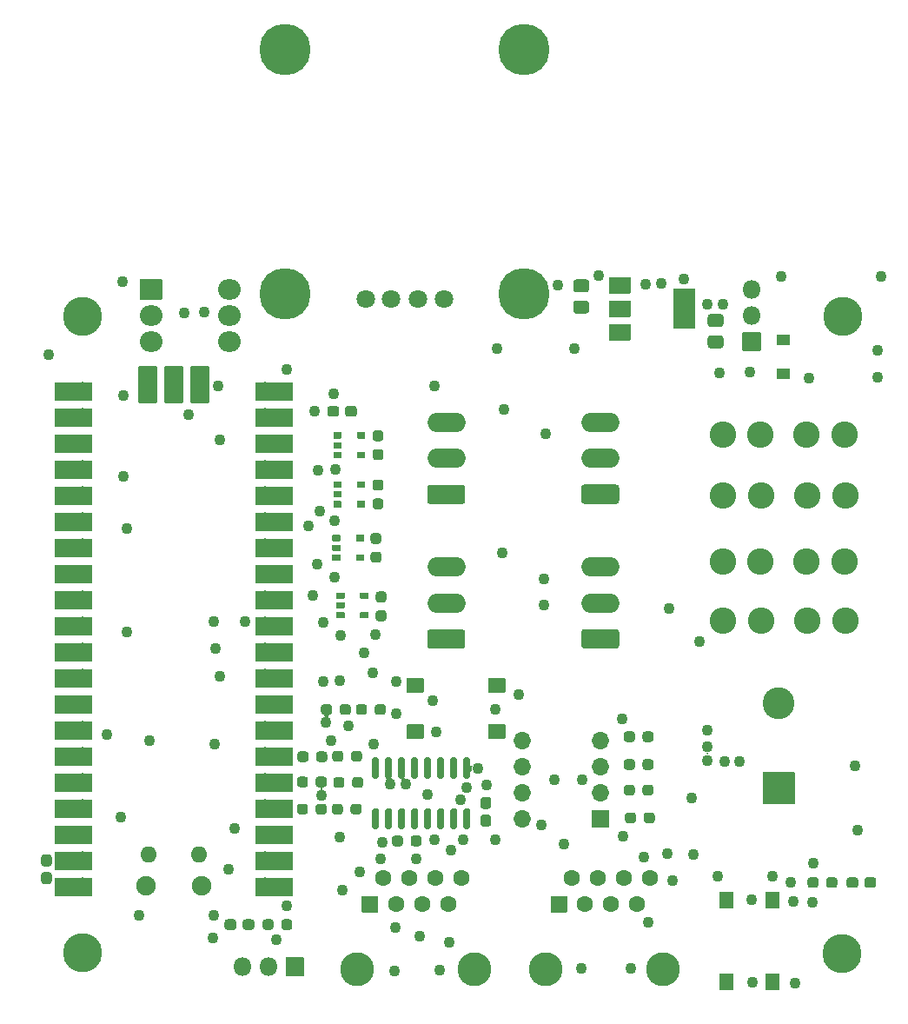
<source format=gbr>
G04 #@! TF.GenerationSoftware,KiCad,Pcbnew,(6.0.5)*
G04 #@! TF.CreationDate,2022-06-02T22:23:26-04:00*
G04 #@! TF.ProjectId,Receiver_Out,52656365-6976-4657-925f-4f75742e6b69,v2*
G04 #@! TF.SameCoordinates,Original*
G04 #@! TF.FileFunction,Soldermask,Top*
G04 #@! TF.FilePolarity,Negative*
%FSLAX45Y45*%
G04 Gerber Fmt 4.5, Leading zero omitted, Abs format (unit mm)*
G04 Created by KiCad (PCBNEW (6.0.5)) date 2022-06-02 22:23:26*
%MOMM*%
%LPD*%
G01*
G04 APERTURE LIST*
%ADD10O,3.702000X1.902000*%
%ADD11C,3.102000*%
%ADD12C,2.577000*%
%ADD13O,1.802000X1.802000*%
%ADD14C,3.302000*%
%ADD15C,1.602000*%
%ADD16C,5.000000*%
%ADD17C,1.802000*%
%ADD18C,3.802000*%
%ADD19O,1.902000X1.902000*%
%ADD20O,1.602000X1.602000*%
%ADD21O,2.202000X2.002000*%
%ADD22O,1.702000X1.702000*%
%ADD23C,1.102000*%
G04 APERTURE END LIST*
G36*
G01*
X8629350Y-10496880D02*
X8319350Y-10496880D01*
G75*
G02*
X8289250Y-10466780I0J30100D01*
G01*
X8289250Y-10336780D01*
G75*
G02*
X8319350Y-10306680I30100J0D01*
G01*
X8629350Y-10306680D01*
G75*
G02*
X8659450Y-10336780I0J-30100D01*
G01*
X8659450Y-10466780D01*
G75*
G02*
X8629350Y-10496880I-30100J0D01*
G01*
G37*
D10*
X8474350Y-10051780D03*
X8474350Y-9701780D03*
G36*
G01*
X10129350Y-10495130D02*
X9819350Y-10495130D01*
G75*
G02*
X9789250Y-10465030I0J30100D01*
G01*
X9789250Y-10335030D01*
G75*
G02*
X9819350Y-10304930I30100J0D01*
G01*
X10129350Y-10304930D01*
G75*
G02*
X10159450Y-10335030I0J-30100D01*
G01*
X10159450Y-10465030D01*
G75*
G02*
X10129350Y-10495130I-30100J0D01*
G01*
G37*
X9974350Y-10050030D03*
X9974350Y-9700030D03*
G36*
G01*
X10129350Y-11903380D02*
X9819350Y-11903380D01*
G75*
G02*
X9789250Y-11873280I0J30100D01*
G01*
X9789250Y-11743280D01*
G75*
G02*
X9819350Y-11713180I30100J0D01*
G01*
X10129350Y-11713180D01*
G75*
G02*
X10159450Y-11743280I0J-30100D01*
G01*
X10159450Y-11873280D01*
G75*
G02*
X10129350Y-11903380I-30100J0D01*
G01*
G37*
X9974350Y-11458280D03*
X9974350Y-11108280D03*
G36*
G01*
X8629350Y-11905130D02*
X8319350Y-11905130D01*
G75*
G02*
X8289250Y-11875030I0J30100D01*
G01*
X8289250Y-11745030D01*
G75*
G02*
X8319350Y-11714930I30100J0D01*
G01*
X8629350Y-11714930D01*
G75*
G02*
X8659450Y-11745030I0J-30100D01*
G01*
X8659450Y-11875030D01*
G75*
G02*
X8629350Y-11905130I-30100J0D01*
G01*
G37*
X8474350Y-11460030D03*
X8474350Y-11110030D03*
G36*
G01*
X11866480Y-13416676D02*
X11566480Y-13416676D01*
G75*
G02*
X11561380Y-13411576I0J5100D01*
G01*
X11561380Y-13111576D01*
G75*
G02*
X11566480Y-13106476I5100J0D01*
G01*
X11866480Y-13106476D01*
G75*
G02*
X11871580Y-13111576I0J-5100D01*
G01*
X11871580Y-13411576D01*
G75*
G02*
X11866480Y-13416676I-5100J0D01*
G01*
G37*
D11*
X11716480Y-12436584D03*
D12*
X12356779Y-9821780D03*
X11986779Y-9821780D03*
X11536779Y-9821780D03*
X11166779Y-9821780D03*
X12365100Y-10411780D03*
X11995100Y-10411780D03*
X11545100Y-10411780D03*
X11175100Y-10411780D03*
X12356779Y-11051780D03*
X11986779Y-11051780D03*
X11536779Y-11051780D03*
X11166779Y-11051780D03*
X12365100Y-11631780D03*
X11995100Y-11631780D03*
X11545100Y-11631780D03*
X11175100Y-11631780D03*
G36*
G01*
X11147600Y-8979380D02*
X11052600Y-8979380D01*
G75*
G02*
X11022500Y-8949280I0J30100D01*
G01*
X11022500Y-8881780D01*
G75*
G02*
X11052600Y-8851680I30100J0D01*
G01*
X11147600Y-8851680D01*
G75*
G02*
X11177700Y-8881780I0J-30100D01*
G01*
X11177700Y-8949280D01*
G75*
G02*
X11147600Y-8979380I-30100J0D01*
G01*
G37*
G36*
G01*
X11147600Y-8771880D02*
X11052600Y-8771880D01*
G75*
G02*
X11022500Y-8741780I0J30100D01*
G01*
X11022500Y-8674280D01*
G75*
G02*
X11052600Y-8644180I30100J0D01*
G01*
X11147600Y-8644180D01*
G75*
G02*
X11177700Y-8674280I0J-30100D01*
G01*
X11177700Y-8741780D01*
G75*
G02*
X11147600Y-8771880I-30100J0D01*
G01*
G37*
G36*
G01*
X11540200Y-8829280D02*
X11540200Y-8999280D01*
G75*
G02*
X11535100Y-9004380I-5100J0D01*
G01*
X11365100Y-9004380D01*
G75*
G02*
X11360000Y-8999280I0J5100D01*
G01*
X11360000Y-8829280D01*
G75*
G02*
X11365100Y-8824180I5100J0D01*
G01*
X11535100Y-8824180D01*
G75*
G02*
X11540200Y-8829280I0J-5100D01*
G01*
G37*
D13*
X11450100Y-8660280D03*
X11450100Y-8406280D03*
G36*
G01*
X9837600Y-8640880D02*
X9742600Y-8640880D01*
G75*
G02*
X9712500Y-8610780I0J30100D01*
G01*
X9712500Y-8543280D01*
G75*
G02*
X9742600Y-8513180I30100J0D01*
G01*
X9837600Y-8513180D01*
G75*
G02*
X9867700Y-8543280I0J-30100D01*
G01*
X9867700Y-8610780D01*
G75*
G02*
X9837600Y-8640880I-30100J0D01*
G01*
G37*
G36*
G01*
X9837600Y-8433380D02*
X9742600Y-8433380D01*
G75*
G02*
X9712500Y-8403280I0J30100D01*
G01*
X9712500Y-8335780D01*
G75*
G02*
X9742600Y-8305680I30100J0D01*
G01*
X9837600Y-8305680D01*
G75*
G02*
X9867700Y-8335780I0J-30100D01*
G01*
X9867700Y-8403280D01*
G75*
G02*
X9837600Y-8433380I-30100J0D01*
G01*
G37*
G36*
G01*
X11995000Y-14205530D02*
X11995000Y-14158030D01*
G75*
G02*
X12023850Y-14129180I28850J0D01*
G01*
X12073850Y-14129180D01*
G75*
G02*
X12102700Y-14158030I0J-28850D01*
G01*
X12102700Y-14205530D01*
G75*
G02*
X12073850Y-14234380I-28850J0D01*
G01*
X12023850Y-14234380D01*
G75*
G02*
X11995000Y-14205530I0J28850D01*
G01*
G37*
G36*
G01*
X12177500Y-14205530D02*
X12177500Y-14158030D01*
G75*
G02*
X12206350Y-14129180I28850J0D01*
G01*
X12256350Y-14129180D01*
G75*
G02*
X12285200Y-14158030I0J-28850D01*
G01*
X12285200Y-14205530D01*
G75*
G02*
X12256350Y-14234380I-28850J0D01*
G01*
X12206350Y-14234380D01*
G75*
G02*
X12177500Y-14205530I0J28850D01*
G01*
G37*
G36*
G01*
X12375000Y-14205530D02*
X12375000Y-14158030D01*
G75*
G02*
X12403850Y-14129180I28850J0D01*
G01*
X12461350Y-14129180D01*
G75*
G02*
X12490200Y-14158030I0J-28850D01*
G01*
X12490200Y-14205530D01*
G75*
G02*
X12461350Y-14234380I-28850J0D01*
G01*
X12403850Y-14234380D01*
G75*
G02*
X12375000Y-14205530I0J28850D01*
G01*
G37*
G36*
G01*
X12550000Y-14205530D02*
X12550000Y-14158030D01*
G75*
G02*
X12578850Y-14129180I28850J0D01*
G01*
X12636350Y-14129180D01*
G75*
G02*
X12665200Y-14158030I0J-28850D01*
G01*
X12665200Y-14205530D01*
G75*
G02*
X12636350Y-14234380I-28850J0D01*
G01*
X12578850Y-14234380D01*
G75*
G02*
X12550000Y-14205530I0J28850D01*
G01*
G37*
D14*
X10587850Y-15026780D03*
X9444850Y-15026780D03*
G36*
G01*
X9491750Y-14466780D02*
X9491750Y-14316780D01*
G75*
G02*
X9496850Y-14311680I5100J0D01*
G01*
X9646850Y-14311680D01*
G75*
G02*
X9651950Y-14316780I0J-5100D01*
G01*
X9651950Y-14466780D01*
G75*
G02*
X9646850Y-14471880I-5100J0D01*
G01*
X9496850Y-14471880D01*
G75*
G02*
X9491750Y-14466780I0J5100D01*
G01*
G37*
D15*
X9698850Y-14137780D03*
X9825850Y-14391780D03*
X9952850Y-14137780D03*
X10079850Y-14391780D03*
X10206850Y-14137780D03*
X10333850Y-14391780D03*
X10460850Y-14137780D03*
G36*
G01*
X10216250Y-13575530D02*
X10216250Y-13528030D01*
G75*
G02*
X10245100Y-13499180I28850J0D01*
G01*
X10295100Y-13499180D01*
G75*
G02*
X10323950Y-13528030I0J-28850D01*
G01*
X10323950Y-13575530D01*
G75*
G02*
X10295100Y-13604380I-28850J0D01*
G01*
X10245100Y-13604380D01*
G75*
G02*
X10216250Y-13575530I0J28850D01*
G01*
G37*
G36*
G01*
X10398750Y-13575530D02*
X10398750Y-13528030D01*
G75*
G02*
X10427600Y-13499180I28850J0D01*
G01*
X10477600Y-13499180D01*
G75*
G02*
X10506450Y-13528030I0J-28850D01*
G01*
X10506450Y-13575530D01*
G75*
G02*
X10477600Y-13604380I-28850J0D01*
G01*
X10427600Y-13604380D01*
G75*
G02*
X10398750Y-13575530I0J28850D01*
G01*
G37*
G36*
G01*
X10205000Y-13305530D02*
X10205000Y-13258030D01*
G75*
G02*
X10233850Y-13229180I28850J0D01*
G01*
X10283850Y-13229180D01*
G75*
G02*
X10312700Y-13258030I0J-28850D01*
G01*
X10312700Y-13305530D01*
G75*
G02*
X10283850Y-13334380I-28850J0D01*
G01*
X10233850Y-13334380D01*
G75*
G02*
X10205000Y-13305530I0J28850D01*
G01*
G37*
G36*
G01*
X10387500Y-13305530D02*
X10387500Y-13258030D01*
G75*
G02*
X10416350Y-13229180I28850J0D01*
G01*
X10466350Y-13229180D01*
G75*
G02*
X10495200Y-13258030I0J-28850D01*
G01*
X10495200Y-13305530D01*
G75*
G02*
X10466350Y-13334380I-28850J0D01*
G01*
X10416350Y-13334380D01*
G75*
G02*
X10387500Y-13305530I0J28850D01*
G01*
G37*
G36*
G01*
X10205000Y-13055530D02*
X10205000Y-13008030D01*
G75*
G02*
X10233850Y-12979180I28850J0D01*
G01*
X10283850Y-12979180D01*
G75*
G02*
X10312700Y-13008030I0J-28850D01*
G01*
X10312700Y-13055530D01*
G75*
G02*
X10283850Y-13084380I-28850J0D01*
G01*
X10233850Y-13084380D01*
G75*
G02*
X10205000Y-13055530I0J28850D01*
G01*
G37*
G36*
G01*
X10387500Y-13055530D02*
X10387500Y-13008030D01*
G75*
G02*
X10416350Y-12979180I28850J0D01*
G01*
X10466350Y-12979180D01*
G75*
G02*
X10495200Y-13008030I0J-28850D01*
G01*
X10495200Y-13055530D01*
G75*
G02*
X10466350Y-13084380I-28850J0D01*
G01*
X10416350Y-13084380D01*
G75*
G02*
X10387500Y-13055530I0J28850D01*
G01*
G37*
G36*
G01*
X10205000Y-12785530D02*
X10205000Y-12738030D01*
G75*
G02*
X10233850Y-12709180I28850J0D01*
G01*
X10283850Y-12709180D01*
G75*
G02*
X10312700Y-12738030I0J-28850D01*
G01*
X10312700Y-12785530D01*
G75*
G02*
X10283850Y-12814380I-28850J0D01*
G01*
X10233850Y-12814380D01*
G75*
G02*
X10205000Y-12785530I0J28850D01*
G01*
G37*
G36*
G01*
X10387500Y-12785530D02*
X10387500Y-12738030D01*
G75*
G02*
X10416350Y-12709180I28850J0D01*
G01*
X10466350Y-12709180D01*
G75*
G02*
X10495200Y-12738030I0J-28850D01*
G01*
X10495200Y-12785530D01*
G75*
G02*
X10466350Y-12814380I-28850J0D01*
G01*
X10416350Y-12814380D01*
G75*
G02*
X10387500Y-12785530I0J28850D01*
G01*
G37*
G36*
G01*
X8660100Y-12962694D02*
X8690100Y-12962694D01*
G75*
G02*
X8710200Y-12982794I0J-20100D01*
G01*
X8710200Y-13147794D01*
G75*
G02*
X8690100Y-13167894I-20100J0D01*
G01*
X8660100Y-13167894D01*
G75*
G02*
X8640000Y-13147794I0J20100D01*
G01*
X8640000Y-12982794D01*
G75*
G02*
X8660100Y-12962694I20100J0D01*
G01*
G37*
G36*
G01*
X8533100Y-12962694D02*
X8563100Y-12962694D01*
G75*
G02*
X8583200Y-12982794I0J-20100D01*
G01*
X8583200Y-13147794D01*
G75*
G02*
X8563100Y-13167894I-20100J0D01*
G01*
X8533100Y-13167894D01*
G75*
G02*
X8513000Y-13147794I0J20100D01*
G01*
X8513000Y-12982794D01*
G75*
G02*
X8533100Y-12962694I20100J0D01*
G01*
G37*
G36*
G01*
X8406100Y-12962694D02*
X8436100Y-12962694D01*
G75*
G02*
X8456200Y-12982794I0J-20100D01*
G01*
X8456200Y-13147794D01*
G75*
G02*
X8436100Y-13167894I-20100J0D01*
G01*
X8406100Y-13167894D01*
G75*
G02*
X8386000Y-13147794I0J20100D01*
G01*
X8386000Y-12982794D01*
G75*
G02*
X8406100Y-12962694I20100J0D01*
G01*
G37*
G36*
G01*
X8279100Y-12962694D02*
X8309100Y-12962694D01*
G75*
G02*
X8329200Y-12982794I0J-20100D01*
G01*
X8329200Y-13147794D01*
G75*
G02*
X8309100Y-13167894I-20100J0D01*
G01*
X8279100Y-13167894D01*
G75*
G02*
X8259000Y-13147794I0J20100D01*
G01*
X8259000Y-12982794D01*
G75*
G02*
X8279100Y-12962694I20100J0D01*
G01*
G37*
G36*
G01*
X8152100Y-12962694D02*
X8182100Y-12962694D01*
G75*
G02*
X8202200Y-12982794I0J-20100D01*
G01*
X8202200Y-13147794D01*
G75*
G02*
X8182100Y-13167894I-20100J0D01*
G01*
X8152100Y-13167894D01*
G75*
G02*
X8132000Y-13147794I0J20100D01*
G01*
X8132000Y-12982794D01*
G75*
G02*
X8152100Y-12962694I20100J0D01*
G01*
G37*
G36*
G01*
X8025100Y-12962694D02*
X8055100Y-12962694D01*
G75*
G02*
X8075200Y-12982794I0J-20100D01*
G01*
X8075200Y-13147794D01*
G75*
G02*
X8055100Y-13167894I-20100J0D01*
G01*
X8025100Y-13167894D01*
G75*
G02*
X8005000Y-13147794I0J20100D01*
G01*
X8005000Y-12982794D01*
G75*
G02*
X8025100Y-12962694I20100J0D01*
G01*
G37*
G36*
G01*
X7898100Y-12962694D02*
X7928100Y-12962694D01*
G75*
G02*
X7948200Y-12982794I0J-20100D01*
G01*
X7948200Y-13147794D01*
G75*
G02*
X7928100Y-13167894I-20100J0D01*
G01*
X7898100Y-13167894D01*
G75*
G02*
X7878000Y-13147794I0J20100D01*
G01*
X7878000Y-12982794D01*
G75*
G02*
X7898100Y-12962694I20100J0D01*
G01*
G37*
G36*
G01*
X7771100Y-12962694D02*
X7801100Y-12962694D01*
G75*
G02*
X7821200Y-12982794I0J-20100D01*
G01*
X7821200Y-13147794D01*
G75*
G02*
X7801100Y-13167894I-20100J0D01*
G01*
X7771100Y-13167894D01*
G75*
G02*
X7751000Y-13147794I0J20100D01*
G01*
X7751000Y-12982794D01*
G75*
G02*
X7771100Y-12962694I20100J0D01*
G01*
G37*
G36*
G01*
X7771100Y-13457694D02*
X7801100Y-13457694D01*
G75*
G02*
X7821200Y-13477794I0J-20100D01*
G01*
X7821200Y-13642794D01*
G75*
G02*
X7801100Y-13662894I-20100J0D01*
G01*
X7771100Y-13662894D01*
G75*
G02*
X7751000Y-13642794I0J20100D01*
G01*
X7751000Y-13477794D01*
G75*
G02*
X7771100Y-13457694I20100J0D01*
G01*
G37*
G36*
G01*
X7898100Y-13457694D02*
X7928100Y-13457694D01*
G75*
G02*
X7948200Y-13477794I0J-20100D01*
G01*
X7948200Y-13642794D01*
G75*
G02*
X7928100Y-13662894I-20100J0D01*
G01*
X7898100Y-13662894D01*
G75*
G02*
X7878000Y-13642794I0J20100D01*
G01*
X7878000Y-13477794D01*
G75*
G02*
X7898100Y-13457694I20100J0D01*
G01*
G37*
G36*
G01*
X8025100Y-13457694D02*
X8055100Y-13457694D01*
G75*
G02*
X8075200Y-13477794I0J-20100D01*
G01*
X8075200Y-13642794D01*
G75*
G02*
X8055100Y-13662894I-20100J0D01*
G01*
X8025100Y-13662894D01*
G75*
G02*
X8005000Y-13642794I0J20100D01*
G01*
X8005000Y-13477794D01*
G75*
G02*
X8025100Y-13457694I20100J0D01*
G01*
G37*
G36*
G01*
X8152100Y-13457694D02*
X8182100Y-13457694D01*
G75*
G02*
X8202200Y-13477794I0J-20100D01*
G01*
X8202200Y-13642794D01*
G75*
G02*
X8182100Y-13662894I-20100J0D01*
G01*
X8152100Y-13662894D01*
G75*
G02*
X8132000Y-13642794I0J20100D01*
G01*
X8132000Y-13477794D01*
G75*
G02*
X8152100Y-13457694I20100J0D01*
G01*
G37*
G36*
G01*
X8279100Y-13457694D02*
X8309100Y-13457694D01*
G75*
G02*
X8329200Y-13477794I0J-20100D01*
G01*
X8329200Y-13642794D01*
G75*
G02*
X8309100Y-13662894I-20100J0D01*
G01*
X8279100Y-13662894D01*
G75*
G02*
X8259000Y-13642794I0J20100D01*
G01*
X8259000Y-13477794D01*
G75*
G02*
X8279100Y-13457694I20100J0D01*
G01*
G37*
G36*
G01*
X8406100Y-13457694D02*
X8436100Y-13457694D01*
G75*
G02*
X8456200Y-13477794I0J-20100D01*
G01*
X8456200Y-13642794D01*
G75*
G02*
X8436100Y-13662894I-20100J0D01*
G01*
X8406100Y-13662894D01*
G75*
G02*
X8386000Y-13642794I0J20100D01*
G01*
X8386000Y-13477794D01*
G75*
G02*
X8406100Y-13457694I20100J0D01*
G01*
G37*
G36*
G01*
X8533100Y-13457694D02*
X8563100Y-13457694D01*
G75*
G02*
X8583200Y-13477794I0J-20100D01*
G01*
X8583200Y-13642794D01*
G75*
G02*
X8563100Y-13662894I-20100J0D01*
G01*
X8533100Y-13662894D01*
G75*
G02*
X8513000Y-13642794I0J20100D01*
G01*
X8513000Y-13477794D01*
G75*
G02*
X8533100Y-13457694I20100J0D01*
G01*
G37*
G36*
G01*
X8660100Y-13457694D02*
X8690100Y-13457694D01*
G75*
G02*
X8710200Y-13477794I0J-20100D01*
G01*
X8710200Y-13642794D01*
G75*
G02*
X8690100Y-13662894I-20100J0D01*
G01*
X8660100Y-13662894D01*
G75*
G02*
X8640000Y-13642794I0J20100D01*
G01*
X8640000Y-13477794D01*
G75*
G02*
X8660100Y-13457694I20100J0D01*
G01*
G37*
G36*
G01*
X7605200Y-9568030D02*
X7605200Y-9615530D01*
G75*
G02*
X7576350Y-9644380I-28850J0D01*
G01*
X7516350Y-9644380D01*
G75*
G02*
X7487500Y-9615530I0J28850D01*
G01*
X7487500Y-9568030D01*
G75*
G02*
X7516350Y-9539180I28850J0D01*
G01*
X7576350Y-9539180D01*
G75*
G02*
X7605200Y-9568030I0J-28850D01*
G01*
G37*
G36*
G01*
X7432700Y-9568030D02*
X7432700Y-9615530D01*
G75*
G02*
X7403850Y-9644380I-28850J0D01*
G01*
X7343850Y-9644380D01*
G75*
G02*
X7315000Y-9615530I0J28850D01*
G01*
X7315000Y-9568030D01*
G75*
G02*
X7343850Y-9539180I28850J0D01*
G01*
X7403850Y-9539180D01*
G75*
G02*
X7432700Y-9568030I0J-28850D01*
G01*
G37*
G36*
G01*
X11700100Y-8846680D02*
X11820100Y-8846680D01*
G75*
G02*
X11825200Y-8851780I0J-5100D01*
G01*
X11825200Y-8941780D01*
G75*
G02*
X11820100Y-8946880I-5100J0D01*
G01*
X11700100Y-8946880D01*
G75*
G02*
X11695000Y-8941780I0J5100D01*
G01*
X11695000Y-8851780D01*
G75*
G02*
X11700100Y-8846680I5100J0D01*
G01*
G37*
G36*
G01*
X11700100Y-9176680D02*
X11820100Y-9176680D01*
G75*
G02*
X11825200Y-9181780I0J-5100D01*
G01*
X11825200Y-9271780D01*
G75*
G02*
X11820100Y-9276880I-5100J0D01*
G01*
X11700100Y-9276880D01*
G75*
G02*
X11695000Y-9271780I0J5100D01*
G01*
X11695000Y-9181780D01*
G75*
G02*
X11700100Y-9176680I5100J0D01*
G01*
G37*
G36*
G01*
X7816350Y-11346680D02*
X7863850Y-11346680D01*
G75*
G02*
X7892700Y-11375530I0J-28850D01*
G01*
X7892700Y-11425530D01*
G75*
G02*
X7863850Y-11454380I-28850J0D01*
G01*
X7816350Y-11454380D01*
G75*
G02*
X7787500Y-11425530I0J28850D01*
G01*
X7787500Y-11375530D01*
G75*
G02*
X7816350Y-11346680I28850J0D01*
G01*
G37*
G36*
G01*
X7816350Y-11529180D02*
X7863850Y-11529180D01*
G75*
G02*
X7892700Y-11558030I0J-28850D01*
G01*
X7892700Y-11608030D01*
G75*
G02*
X7863850Y-11636880I-28850J0D01*
G01*
X7816350Y-11636880D01*
G75*
G02*
X7787500Y-11608030I0J28850D01*
G01*
X7787500Y-11558030D01*
G75*
G02*
X7816350Y-11529180I28850J0D01*
G01*
G37*
G36*
G01*
X7786350Y-10256680D02*
X7833850Y-10256680D01*
G75*
G02*
X7862700Y-10285530I0J-28850D01*
G01*
X7862700Y-10335530D01*
G75*
G02*
X7833850Y-10364380I-28850J0D01*
G01*
X7786350Y-10364380D01*
G75*
G02*
X7757500Y-10335530I0J28850D01*
G01*
X7757500Y-10285530D01*
G75*
G02*
X7786350Y-10256680I28850J0D01*
G01*
G37*
G36*
G01*
X7786350Y-10439180D02*
X7833850Y-10439180D01*
G75*
G02*
X7862700Y-10468030I0J-28850D01*
G01*
X7862700Y-10518030D01*
G75*
G02*
X7833850Y-10546880I-28850J0D01*
G01*
X7786350Y-10546880D01*
G75*
G02*
X7757500Y-10518030I0J28850D01*
G01*
X7757500Y-10468030D01*
G75*
G02*
X7786350Y-10439180I28850J0D01*
G01*
G37*
G36*
G01*
X7786350Y-9776680D02*
X7833850Y-9776680D01*
G75*
G02*
X7862700Y-9805530I0J-28850D01*
G01*
X7862700Y-9855530D01*
G75*
G02*
X7833850Y-9884380I-28850J0D01*
G01*
X7786350Y-9884380D01*
G75*
G02*
X7757500Y-9855530I0J28850D01*
G01*
X7757500Y-9805530D01*
G75*
G02*
X7786350Y-9776680I28850J0D01*
G01*
G37*
G36*
G01*
X7786350Y-9959180D02*
X7833850Y-9959180D01*
G75*
G02*
X7862700Y-9988030I0J-28850D01*
G01*
X7862700Y-10038030D01*
G75*
G02*
X7833850Y-10066880I-28850J0D01*
G01*
X7786350Y-10066880D01*
G75*
G02*
X7757500Y-10038030I0J28850D01*
G01*
X7757500Y-9988030D01*
G75*
G02*
X7786350Y-9959180I28850J0D01*
G01*
G37*
G36*
G01*
X10060000Y-8438280D02*
X10060000Y-8288280D01*
G75*
G02*
X10065100Y-8283180I5100J0D01*
G01*
X10265100Y-8283180D01*
G75*
G02*
X10270200Y-8288280I0J-5100D01*
G01*
X10270200Y-8438280D01*
G75*
G02*
X10265100Y-8443380I-5100J0D01*
G01*
X10065100Y-8443380D01*
G75*
G02*
X10060000Y-8438280I0J5100D01*
G01*
G37*
G36*
G01*
X10690000Y-8783280D02*
X10690000Y-8403280D01*
G75*
G02*
X10695100Y-8398180I5100J0D01*
G01*
X10895100Y-8398180D01*
G75*
G02*
X10900200Y-8403280I0J-5100D01*
G01*
X10900200Y-8783280D01*
G75*
G02*
X10895100Y-8788380I-5100J0D01*
G01*
X10695100Y-8788380D01*
G75*
G02*
X10690000Y-8783280I0J5100D01*
G01*
G37*
G36*
G01*
X10060000Y-8668280D02*
X10060000Y-8518280D01*
G75*
G02*
X10065100Y-8513180I5100J0D01*
G01*
X10265100Y-8513180D01*
G75*
G02*
X10270200Y-8518280I0J-5100D01*
G01*
X10270200Y-8668280D01*
G75*
G02*
X10265100Y-8673380I-5100J0D01*
G01*
X10065100Y-8673380D01*
G75*
G02*
X10060000Y-8668280I0J5100D01*
G01*
G37*
G36*
G01*
X10060000Y-8898280D02*
X10060000Y-8748280D01*
G75*
G02*
X10065100Y-8743180I5100J0D01*
G01*
X10265100Y-8743180D01*
G75*
G02*
X10270200Y-8748280I0J-5100D01*
G01*
X10270200Y-8898280D01*
G75*
G02*
X10265100Y-8903380I-5100J0D01*
G01*
X10065100Y-8903380D01*
G75*
G02*
X10060000Y-8898280I0J5100D01*
G01*
G37*
G36*
G01*
X7404000Y-11412280D02*
X7404000Y-11361280D01*
G75*
G02*
X7409100Y-11356180I5100J0D01*
G01*
X7479100Y-11356180D01*
G75*
G02*
X7484200Y-11361280I0J-5100D01*
G01*
X7484200Y-11412280D01*
G75*
G02*
X7479100Y-11417380I-5100J0D01*
G01*
X7409100Y-11417380D01*
G75*
G02*
X7404000Y-11412280I0J5100D01*
G01*
G37*
G36*
G01*
X7404000Y-11507280D02*
X7404000Y-11456280D01*
G75*
G02*
X7409100Y-11451180I5100J0D01*
G01*
X7479100Y-11451180D01*
G75*
G02*
X7484200Y-11456280I0J-5100D01*
G01*
X7484200Y-11507280D01*
G75*
G02*
X7479100Y-11512380I-5100J0D01*
G01*
X7409100Y-11512380D01*
G75*
G02*
X7404000Y-11507280I0J5100D01*
G01*
G37*
G36*
G01*
X7404000Y-11602280D02*
X7404000Y-11551280D01*
G75*
G02*
X7409100Y-11546180I5100J0D01*
G01*
X7479100Y-11546180D01*
G75*
G02*
X7484200Y-11551280I0J-5100D01*
G01*
X7484200Y-11602280D01*
G75*
G02*
X7479100Y-11607380I-5100J0D01*
G01*
X7409100Y-11607380D01*
G75*
G02*
X7404000Y-11602280I0J5100D01*
G01*
G37*
G36*
G01*
X7636000Y-11602280D02*
X7636000Y-11551280D01*
G75*
G02*
X7641100Y-11546180I5100J0D01*
G01*
X7711100Y-11546180D01*
G75*
G02*
X7716200Y-11551280I0J-5100D01*
G01*
X7716200Y-11602280D01*
G75*
G02*
X7711100Y-11607380I-5100J0D01*
G01*
X7641100Y-11607380D01*
G75*
G02*
X7636000Y-11602280I0J5100D01*
G01*
G37*
G36*
G01*
X7636000Y-11412280D02*
X7636000Y-11361280D01*
G75*
G02*
X7641100Y-11356180I5100J0D01*
G01*
X7711100Y-11356180D01*
G75*
G02*
X7716200Y-11361280I0J-5100D01*
G01*
X7716200Y-11412280D01*
G75*
G02*
X7711100Y-11417380I-5100J0D01*
G01*
X7641100Y-11417380D01*
G75*
G02*
X7636000Y-11412280I0J5100D01*
G01*
G37*
G36*
G01*
X8884350Y-13637894D02*
X8836850Y-13637894D01*
G75*
G02*
X8808000Y-13609044I0J28850D01*
G01*
X8808000Y-13549044D01*
G75*
G02*
X8836850Y-13520194I28850J0D01*
G01*
X8884350Y-13520194D01*
G75*
G02*
X8913200Y-13549044I0J-28850D01*
G01*
X8913200Y-13609044D01*
G75*
G02*
X8884350Y-13637894I-28850J0D01*
G01*
G37*
G36*
G01*
X8884350Y-13465394D02*
X8836850Y-13465394D01*
G75*
G02*
X8808000Y-13436544I0J28850D01*
G01*
X8808000Y-13376544D01*
G75*
G02*
X8836850Y-13347694I28850J0D01*
G01*
X8884350Y-13347694D01*
G75*
G02*
X8913200Y-13376544I0J-28850D01*
G01*
X8913200Y-13436544D01*
G75*
G02*
X8884350Y-13465394I-28850J0D01*
G01*
G37*
G36*
G01*
X7766350Y-10776680D02*
X7813850Y-10776680D01*
G75*
G02*
X7842700Y-10805530I0J-28850D01*
G01*
X7842700Y-10855530D01*
G75*
G02*
X7813850Y-10884380I-28850J0D01*
G01*
X7766350Y-10884380D01*
G75*
G02*
X7737500Y-10855530I0J28850D01*
G01*
X7737500Y-10805530D01*
G75*
G02*
X7766350Y-10776680I28850J0D01*
G01*
G37*
G36*
G01*
X7766350Y-10959180D02*
X7813850Y-10959180D01*
G75*
G02*
X7842700Y-10988030I0J-28850D01*
G01*
X7842700Y-11038030D01*
G75*
G02*
X7813850Y-11066880I-28850J0D01*
G01*
X7766350Y-11066880D01*
G75*
G02*
X7737500Y-11038030I0J28850D01*
G01*
X7737500Y-10988030D01*
G75*
G02*
X7766350Y-10959180I28850J0D01*
G01*
G37*
G36*
G01*
X8235200Y-13753030D02*
X8235200Y-13800530D01*
G75*
G02*
X8206350Y-13829380I-28850J0D01*
G01*
X8156350Y-13829380D01*
G75*
G02*
X8127500Y-13800530I0J28850D01*
G01*
X8127500Y-13753030D01*
G75*
G02*
X8156350Y-13724180I28850J0D01*
G01*
X8206350Y-13724180D01*
G75*
G02*
X8235200Y-13753030I0J-28850D01*
G01*
G37*
G36*
G01*
X8052700Y-13753030D02*
X8052700Y-13800530D01*
G75*
G02*
X8023850Y-13829380I-28850J0D01*
G01*
X7973850Y-13829380D01*
G75*
G02*
X7945000Y-13800530I0J28850D01*
G01*
X7945000Y-13753030D01*
G75*
G02*
X7973850Y-13724180I28850J0D01*
G01*
X8023850Y-13724180D01*
G75*
G02*
X8052700Y-13753030I0J-28850D01*
G01*
G37*
D14*
X8747850Y-15026780D03*
X7604850Y-15026780D03*
G36*
G01*
X7651750Y-14466780D02*
X7651750Y-14316780D01*
G75*
G02*
X7656850Y-14311680I5100J0D01*
G01*
X7806850Y-14311680D01*
G75*
G02*
X7811950Y-14316780I0J-5100D01*
G01*
X7811950Y-14466780D01*
G75*
G02*
X7806850Y-14471880I-5100J0D01*
G01*
X7656850Y-14471880D01*
G75*
G02*
X7651750Y-14466780I0J5100D01*
G01*
G37*
D15*
X7858850Y-14137780D03*
X7985850Y-14391780D03*
X8112850Y-14137780D03*
X8239850Y-14391780D03*
X8366850Y-14137780D03*
X8493850Y-14391780D03*
X8620850Y-14137780D03*
D16*
X9235100Y-6071780D03*
X6905100Y-8451780D03*
X6905100Y-6071780D03*
X9235100Y-8451780D03*
D17*
X7690100Y-8501780D03*
X7940100Y-8501780D03*
X8200100Y-8501780D03*
X8450100Y-8501780D03*
D18*
X4930100Y-8671780D03*
D19*
X5547600Y-14211780D03*
D20*
X5577600Y-13908780D03*
X6062600Y-13908780D03*
D19*
X6092600Y-14211780D03*
D13*
X6709100Y-14224780D03*
G36*
G01*
X6979200Y-14139780D02*
X6979200Y-14309780D01*
G75*
G02*
X6974100Y-14314880I-5100J0D01*
G01*
X6624100Y-14314880D01*
G75*
G02*
X6619000Y-14309780I0J5100D01*
G01*
X6619000Y-14139780D01*
G75*
G02*
X6624100Y-14134680I5100J0D01*
G01*
X6974100Y-14134680D01*
G75*
G02*
X6979200Y-14139780I0J-5100D01*
G01*
G37*
G36*
G01*
X6979200Y-13885780D02*
X6979200Y-14055780D01*
G75*
G02*
X6974100Y-14060880I-5100J0D01*
G01*
X6624100Y-14060880D01*
G75*
G02*
X6619000Y-14055780I0J5100D01*
G01*
X6619000Y-13885780D01*
G75*
G02*
X6624100Y-13880680I5100J0D01*
G01*
X6974100Y-13880680D01*
G75*
G02*
X6979200Y-13885780I0J-5100D01*
G01*
G37*
X6709100Y-13970780D03*
G36*
G01*
X6799200Y-13631780D02*
X6799200Y-13801780D01*
G75*
G02*
X6794100Y-13806880I-5100J0D01*
G01*
X6624100Y-13806880D01*
G75*
G02*
X6619000Y-13801780I0J5100D01*
G01*
X6619000Y-13631780D01*
G75*
G02*
X6624100Y-13626680I5100J0D01*
G01*
X6794100Y-13626680D01*
G75*
G02*
X6799200Y-13631780I0J-5100D01*
G01*
G37*
G36*
G01*
X6979200Y-13631780D02*
X6979200Y-13801780D01*
G75*
G02*
X6974100Y-13806880I-5100J0D01*
G01*
X6624100Y-13806880D01*
G75*
G02*
X6619000Y-13801780I0J5100D01*
G01*
X6619000Y-13631780D01*
G75*
G02*
X6624100Y-13626680I5100J0D01*
G01*
X6974100Y-13626680D01*
G75*
G02*
X6979200Y-13631780I0J-5100D01*
G01*
G37*
G36*
G01*
X6979200Y-13377780D02*
X6979200Y-13547780D01*
G75*
G02*
X6974100Y-13552880I-5100J0D01*
G01*
X6624100Y-13552880D01*
G75*
G02*
X6619000Y-13547780I0J5100D01*
G01*
X6619000Y-13377780D01*
G75*
G02*
X6624100Y-13372680I5100J0D01*
G01*
X6974100Y-13372680D01*
G75*
G02*
X6979200Y-13377780I0J-5100D01*
G01*
G37*
X6709100Y-13462780D03*
G36*
G01*
X6979200Y-13123780D02*
X6979200Y-13293780D01*
G75*
G02*
X6974100Y-13298880I-5100J0D01*
G01*
X6624100Y-13298880D01*
G75*
G02*
X6619000Y-13293780I0J5100D01*
G01*
X6619000Y-13123780D01*
G75*
G02*
X6624100Y-13118680I5100J0D01*
G01*
X6974100Y-13118680D01*
G75*
G02*
X6979200Y-13123780I0J-5100D01*
G01*
G37*
X6709100Y-13208780D03*
G36*
G01*
X6979200Y-12869780D02*
X6979200Y-13039780D01*
G75*
G02*
X6974100Y-13044880I-5100J0D01*
G01*
X6624100Y-13044880D01*
G75*
G02*
X6619000Y-13039780I0J5100D01*
G01*
X6619000Y-12869780D01*
G75*
G02*
X6624100Y-12864680I5100J0D01*
G01*
X6974100Y-12864680D01*
G75*
G02*
X6979200Y-12869780I0J-5100D01*
G01*
G37*
X6709100Y-12954780D03*
X6709100Y-12700780D03*
G36*
G01*
X6979200Y-12615780D02*
X6979200Y-12785780D01*
G75*
G02*
X6974100Y-12790880I-5100J0D01*
G01*
X6624100Y-12790880D01*
G75*
G02*
X6619000Y-12785780I0J5100D01*
G01*
X6619000Y-12615780D01*
G75*
G02*
X6624100Y-12610680I5100J0D01*
G01*
X6974100Y-12610680D01*
G75*
G02*
X6979200Y-12615780I0J-5100D01*
G01*
G37*
G36*
G01*
X6979200Y-12361780D02*
X6979200Y-12531780D01*
G75*
G02*
X6974100Y-12536880I-5100J0D01*
G01*
X6624100Y-12536880D01*
G75*
G02*
X6619000Y-12531780I0J5100D01*
G01*
X6619000Y-12361780D01*
G75*
G02*
X6624100Y-12356680I5100J0D01*
G01*
X6974100Y-12356680D01*
G75*
G02*
X6979200Y-12361780I0J-5100D01*
G01*
G37*
G36*
G01*
X6799200Y-12361780D02*
X6799200Y-12531780D01*
G75*
G02*
X6794100Y-12536880I-5100J0D01*
G01*
X6624100Y-12536880D01*
G75*
G02*
X6619000Y-12531780I0J5100D01*
G01*
X6619000Y-12361780D01*
G75*
G02*
X6624100Y-12356680I5100J0D01*
G01*
X6794100Y-12356680D01*
G75*
G02*
X6799200Y-12361780I0J-5100D01*
G01*
G37*
X6709100Y-12192780D03*
G36*
G01*
X6979200Y-12107780D02*
X6979200Y-12277780D01*
G75*
G02*
X6974100Y-12282880I-5100J0D01*
G01*
X6624100Y-12282880D01*
G75*
G02*
X6619000Y-12277780I0J5100D01*
G01*
X6619000Y-12107780D01*
G75*
G02*
X6624100Y-12102680I5100J0D01*
G01*
X6974100Y-12102680D01*
G75*
G02*
X6979200Y-12107780I0J-5100D01*
G01*
G37*
G36*
G01*
X6979200Y-11853780D02*
X6979200Y-12023780D01*
G75*
G02*
X6974100Y-12028880I-5100J0D01*
G01*
X6624100Y-12028880D01*
G75*
G02*
X6619000Y-12023780I0J5100D01*
G01*
X6619000Y-11853780D01*
G75*
G02*
X6624100Y-11848680I5100J0D01*
G01*
X6974100Y-11848680D01*
G75*
G02*
X6979200Y-11853780I0J-5100D01*
G01*
G37*
X6709100Y-11938780D03*
G36*
G01*
X6979200Y-11599780D02*
X6979200Y-11769780D01*
G75*
G02*
X6974100Y-11774880I-5100J0D01*
G01*
X6624100Y-11774880D01*
G75*
G02*
X6619000Y-11769780I0J5100D01*
G01*
X6619000Y-11599780D01*
G75*
G02*
X6624100Y-11594680I5100J0D01*
G01*
X6974100Y-11594680D01*
G75*
G02*
X6979200Y-11599780I0J-5100D01*
G01*
G37*
X6709100Y-11684780D03*
X6709100Y-11430780D03*
G36*
G01*
X6979200Y-11345780D02*
X6979200Y-11515780D01*
G75*
G02*
X6974100Y-11520880I-5100J0D01*
G01*
X6624100Y-11520880D01*
G75*
G02*
X6619000Y-11515780I0J5100D01*
G01*
X6619000Y-11345780D01*
G75*
G02*
X6624100Y-11340680I5100J0D01*
G01*
X6974100Y-11340680D01*
G75*
G02*
X6979200Y-11345780I0J-5100D01*
G01*
G37*
G36*
G01*
X6979200Y-11091780D02*
X6979200Y-11261780D01*
G75*
G02*
X6974100Y-11266880I-5100J0D01*
G01*
X6624100Y-11266880D01*
G75*
G02*
X6619000Y-11261780I0J5100D01*
G01*
X6619000Y-11091780D01*
G75*
G02*
X6624100Y-11086680I5100J0D01*
G01*
X6974100Y-11086680D01*
G75*
G02*
X6979200Y-11091780I0J-5100D01*
G01*
G37*
G36*
G01*
X6799200Y-11091780D02*
X6799200Y-11261780D01*
G75*
G02*
X6794100Y-11266880I-5100J0D01*
G01*
X6624100Y-11266880D01*
G75*
G02*
X6619000Y-11261780I0J5100D01*
G01*
X6619000Y-11091780D01*
G75*
G02*
X6624100Y-11086680I5100J0D01*
G01*
X6794100Y-11086680D01*
G75*
G02*
X6799200Y-11091780I0J-5100D01*
G01*
G37*
X6709100Y-10922780D03*
G36*
G01*
X6979200Y-10837780D02*
X6979200Y-11007780D01*
G75*
G02*
X6974100Y-11012880I-5100J0D01*
G01*
X6624100Y-11012880D01*
G75*
G02*
X6619000Y-11007780I0J5100D01*
G01*
X6619000Y-10837780D01*
G75*
G02*
X6624100Y-10832680I5100J0D01*
G01*
X6974100Y-10832680D01*
G75*
G02*
X6979200Y-10837780I0J-5100D01*
G01*
G37*
X6709100Y-10668780D03*
G36*
G01*
X6979200Y-10583780D02*
X6979200Y-10753780D01*
G75*
G02*
X6974100Y-10758880I-5100J0D01*
G01*
X6624100Y-10758880D01*
G75*
G02*
X6619000Y-10753780I0J5100D01*
G01*
X6619000Y-10583780D01*
G75*
G02*
X6624100Y-10578680I5100J0D01*
G01*
X6974100Y-10578680D01*
G75*
G02*
X6979200Y-10583780I0J-5100D01*
G01*
G37*
X6709100Y-10414780D03*
G36*
G01*
X6979200Y-10329780D02*
X6979200Y-10499780D01*
G75*
G02*
X6974100Y-10504880I-5100J0D01*
G01*
X6624100Y-10504880D01*
G75*
G02*
X6619000Y-10499780I0J5100D01*
G01*
X6619000Y-10329780D01*
G75*
G02*
X6624100Y-10324680I5100J0D01*
G01*
X6974100Y-10324680D01*
G75*
G02*
X6979200Y-10329780I0J-5100D01*
G01*
G37*
X6709100Y-10160780D03*
G36*
G01*
X6979200Y-10075780D02*
X6979200Y-10245780D01*
G75*
G02*
X6974100Y-10250880I-5100J0D01*
G01*
X6624100Y-10250880D01*
G75*
G02*
X6619000Y-10245780I0J5100D01*
G01*
X6619000Y-10075780D01*
G75*
G02*
X6624100Y-10070680I5100J0D01*
G01*
X6974100Y-10070680D01*
G75*
G02*
X6979200Y-10075780I0J-5100D01*
G01*
G37*
G36*
G01*
X6979200Y-9821780D02*
X6979200Y-9991780D01*
G75*
G02*
X6974100Y-9996880I-5100J0D01*
G01*
X6624100Y-9996880D01*
G75*
G02*
X6619000Y-9991780I0J5100D01*
G01*
X6619000Y-9821780D01*
G75*
G02*
X6624100Y-9816680I5100J0D01*
G01*
X6974100Y-9816680D01*
G75*
G02*
X6979200Y-9821780I0J-5100D01*
G01*
G37*
G36*
G01*
X6799200Y-9821780D02*
X6799200Y-9991780D01*
G75*
G02*
X6794100Y-9996880I-5100J0D01*
G01*
X6624100Y-9996880D01*
G75*
G02*
X6619000Y-9991780I0J5100D01*
G01*
X6619000Y-9821780D01*
G75*
G02*
X6624100Y-9816680I5100J0D01*
G01*
X6794100Y-9816680D01*
G75*
G02*
X6799200Y-9821780I0J-5100D01*
G01*
G37*
X6709100Y-9652780D03*
G36*
G01*
X6979200Y-9567780D02*
X6979200Y-9737780D01*
G75*
G02*
X6974100Y-9742880I-5100J0D01*
G01*
X6624100Y-9742880D01*
G75*
G02*
X6619000Y-9737780I0J5100D01*
G01*
X6619000Y-9567780D01*
G75*
G02*
X6624100Y-9562680I5100J0D01*
G01*
X6974100Y-9562680D01*
G75*
G02*
X6979200Y-9567780I0J-5100D01*
G01*
G37*
G36*
G01*
X6979200Y-9313780D02*
X6979200Y-9483780D01*
G75*
G02*
X6974100Y-9488880I-5100J0D01*
G01*
X6624100Y-9488880D01*
G75*
G02*
X6619000Y-9483780I0J5100D01*
G01*
X6619000Y-9313780D01*
G75*
G02*
X6624100Y-9308680I5100J0D01*
G01*
X6974100Y-9308680D01*
G75*
G02*
X6979200Y-9313780I0J-5100D01*
G01*
G37*
X6709100Y-9398780D03*
G36*
G01*
X5021200Y-9313780D02*
X5021200Y-9483780D01*
G75*
G02*
X5016100Y-9488880I-5100J0D01*
G01*
X4666100Y-9488880D01*
G75*
G02*
X4661000Y-9483780I0J5100D01*
G01*
X4661000Y-9313780D01*
G75*
G02*
X4666100Y-9308680I5100J0D01*
G01*
X5016100Y-9308680D01*
G75*
G02*
X5021200Y-9313780I0J-5100D01*
G01*
G37*
X4931100Y-9398780D03*
G36*
G01*
X5021200Y-9567780D02*
X5021200Y-9737780D01*
G75*
G02*
X5016100Y-9742880I-5100J0D01*
G01*
X4666100Y-9742880D01*
G75*
G02*
X4661000Y-9737780I0J5100D01*
G01*
X4661000Y-9567780D01*
G75*
G02*
X4666100Y-9562680I5100J0D01*
G01*
X5016100Y-9562680D01*
G75*
G02*
X5021200Y-9567780I0J-5100D01*
G01*
G37*
X4931100Y-9652780D03*
G36*
G01*
X5021200Y-9821780D02*
X5021200Y-9991780D01*
G75*
G02*
X5016100Y-9996880I-5100J0D01*
G01*
X4846100Y-9996880D01*
G75*
G02*
X4841000Y-9991780I0J5100D01*
G01*
X4841000Y-9821780D01*
G75*
G02*
X4846100Y-9816680I5100J0D01*
G01*
X5016100Y-9816680D01*
G75*
G02*
X5021200Y-9821780I0J-5100D01*
G01*
G37*
G36*
G01*
X5021200Y-9821780D02*
X5021200Y-9991780D01*
G75*
G02*
X5016100Y-9996880I-5100J0D01*
G01*
X4666100Y-9996880D01*
G75*
G02*
X4661000Y-9991780I0J5100D01*
G01*
X4661000Y-9821780D01*
G75*
G02*
X4666100Y-9816680I5100J0D01*
G01*
X5016100Y-9816680D01*
G75*
G02*
X5021200Y-9821780I0J-5100D01*
G01*
G37*
G36*
G01*
X5021200Y-10075780D02*
X5021200Y-10245780D01*
G75*
G02*
X5016100Y-10250880I-5100J0D01*
G01*
X4666100Y-10250880D01*
G75*
G02*
X4661000Y-10245780I0J5100D01*
G01*
X4661000Y-10075780D01*
G75*
G02*
X4666100Y-10070680I5100J0D01*
G01*
X5016100Y-10070680D01*
G75*
G02*
X5021200Y-10075780I0J-5100D01*
G01*
G37*
X4931100Y-10160780D03*
X4931100Y-10414780D03*
G36*
G01*
X5021200Y-10329780D02*
X5021200Y-10499780D01*
G75*
G02*
X5016100Y-10504880I-5100J0D01*
G01*
X4666100Y-10504880D01*
G75*
G02*
X4661000Y-10499780I0J5100D01*
G01*
X4661000Y-10329780D01*
G75*
G02*
X4666100Y-10324680I5100J0D01*
G01*
X5016100Y-10324680D01*
G75*
G02*
X5021200Y-10329780I0J-5100D01*
G01*
G37*
G36*
G01*
X5021200Y-10583780D02*
X5021200Y-10753780D01*
G75*
G02*
X5016100Y-10758880I-5100J0D01*
G01*
X4666100Y-10758880D01*
G75*
G02*
X4661000Y-10753780I0J5100D01*
G01*
X4661000Y-10583780D01*
G75*
G02*
X4666100Y-10578680I5100J0D01*
G01*
X5016100Y-10578680D01*
G75*
G02*
X5021200Y-10583780I0J-5100D01*
G01*
G37*
X4931100Y-10668780D03*
X4931100Y-10922780D03*
G36*
G01*
X5021200Y-10837780D02*
X5021200Y-11007780D01*
G75*
G02*
X5016100Y-11012880I-5100J0D01*
G01*
X4666100Y-11012880D01*
G75*
G02*
X4661000Y-11007780I0J5100D01*
G01*
X4661000Y-10837780D01*
G75*
G02*
X4666100Y-10832680I5100J0D01*
G01*
X5016100Y-10832680D01*
G75*
G02*
X5021200Y-10837780I0J-5100D01*
G01*
G37*
G36*
G01*
X5021200Y-11091780D02*
X5021200Y-11261780D01*
G75*
G02*
X5016100Y-11266880I-5100J0D01*
G01*
X4666100Y-11266880D01*
G75*
G02*
X4661000Y-11261780I0J5100D01*
G01*
X4661000Y-11091780D01*
G75*
G02*
X4666100Y-11086680I5100J0D01*
G01*
X5016100Y-11086680D01*
G75*
G02*
X5021200Y-11091780I0J-5100D01*
G01*
G37*
G36*
G01*
X5021200Y-11091780D02*
X5021200Y-11261780D01*
G75*
G02*
X5016100Y-11266880I-5100J0D01*
G01*
X4846100Y-11266880D01*
G75*
G02*
X4841000Y-11261780I0J5100D01*
G01*
X4841000Y-11091780D01*
G75*
G02*
X4846100Y-11086680I5100J0D01*
G01*
X5016100Y-11086680D01*
G75*
G02*
X5021200Y-11091780I0J-5100D01*
G01*
G37*
G36*
G01*
X5021200Y-11345780D02*
X5021200Y-11515780D01*
G75*
G02*
X5016100Y-11520880I-5100J0D01*
G01*
X4666100Y-11520880D01*
G75*
G02*
X4661000Y-11515780I0J5100D01*
G01*
X4661000Y-11345780D01*
G75*
G02*
X4666100Y-11340680I5100J0D01*
G01*
X5016100Y-11340680D01*
G75*
G02*
X5021200Y-11345780I0J-5100D01*
G01*
G37*
X4931100Y-11430780D03*
G36*
G01*
X5021200Y-11599780D02*
X5021200Y-11769780D01*
G75*
G02*
X5016100Y-11774880I-5100J0D01*
G01*
X4666100Y-11774880D01*
G75*
G02*
X4661000Y-11769780I0J5100D01*
G01*
X4661000Y-11599780D01*
G75*
G02*
X4666100Y-11594680I5100J0D01*
G01*
X5016100Y-11594680D01*
G75*
G02*
X5021200Y-11599780I0J-5100D01*
G01*
G37*
X4931100Y-11684780D03*
G36*
G01*
X5021200Y-11853780D02*
X5021200Y-12023780D01*
G75*
G02*
X5016100Y-12028880I-5100J0D01*
G01*
X4666100Y-12028880D01*
G75*
G02*
X4661000Y-12023780I0J5100D01*
G01*
X4661000Y-11853780D01*
G75*
G02*
X4666100Y-11848680I5100J0D01*
G01*
X5016100Y-11848680D01*
G75*
G02*
X5021200Y-11853780I0J-5100D01*
G01*
G37*
X4931100Y-11938780D03*
G36*
G01*
X5021200Y-12107780D02*
X5021200Y-12277780D01*
G75*
G02*
X5016100Y-12282880I-5100J0D01*
G01*
X4666100Y-12282880D01*
G75*
G02*
X4661000Y-12277780I0J5100D01*
G01*
X4661000Y-12107780D01*
G75*
G02*
X4666100Y-12102680I5100J0D01*
G01*
X5016100Y-12102680D01*
G75*
G02*
X5021200Y-12107780I0J-5100D01*
G01*
G37*
X4931100Y-12192780D03*
G36*
G01*
X5021200Y-12361780D02*
X5021200Y-12531780D01*
G75*
G02*
X5016100Y-12536880I-5100J0D01*
G01*
X4666100Y-12536880D01*
G75*
G02*
X4661000Y-12531780I0J5100D01*
G01*
X4661000Y-12361780D01*
G75*
G02*
X4666100Y-12356680I5100J0D01*
G01*
X5016100Y-12356680D01*
G75*
G02*
X5021200Y-12361780I0J-5100D01*
G01*
G37*
G36*
G01*
X5021200Y-12361780D02*
X5021200Y-12531780D01*
G75*
G02*
X5016100Y-12536880I-5100J0D01*
G01*
X4846100Y-12536880D01*
G75*
G02*
X4841000Y-12531780I0J5100D01*
G01*
X4841000Y-12361780D01*
G75*
G02*
X4846100Y-12356680I5100J0D01*
G01*
X5016100Y-12356680D01*
G75*
G02*
X5021200Y-12361780I0J-5100D01*
G01*
G37*
G36*
G01*
X5021200Y-12615780D02*
X5021200Y-12785780D01*
G75*
G02*
X5016100Y-12790880I-5100J0D01*
G01*
X4666100Y-12790880D01*
G75*
G02*
X4661000Y-12785780I0J5100D01*
G01*
X4661000Y-12615780D01*
G75*
G02*
X4666100Y-12610680I5100J0D01*
G01*
X5016100Y-12610680D01*
G75*
G02*
X5021200Y-12615780I0J-5100D01*
G01*
G37*
X4931100Y-12700780D03*
X4931100Y-12954780D03*
G36*
G01*
X5021200Y-12869780D02*
X5021200Y-13039780D01*
G75*
G02*
X5016100Y-13044880I-5100J0D01*
G01*
X4666100Y-13044880D01*
G75*
G02*
X4661000Y-13039780I0J5100D01*
G01*
X4661000Y-12869780D01*
G75*
G02*
X4666100Y-12864680I5100J0D01*
G01*
X5016100Y-12864680D01*
G75*
G02*
X5021200Y-12869780I0J-5100D01*
G01*
G37*
X4931100Y-13208780D03*
G36*
G01*
X5021200Y-13123780D02*
X5021200Y-13293780D01*
G75*
G02*
X5016100Y-13298880I-5100J0D01*
G01*
X4666100Y-13298880D01*
G75*
G02*
X4661000Y-13293780I0J5100D01*
G01*
X4661000Y-13123780D01*
G75*
G02*
X4666100Y-13118680I5100J0D01*
G01*
X5016100Y-13118680D01*
G75*
G02*
X5021200Y-13123780I0J-5100D01*
G01*
G37*
G36*
G01*
X5021200Y-13377780D02*
X5021200Y-13547780D01*
G75*
G02*
X5016100Y-13552880I-5100J0D01*
G01*
X4666100Y-13552880D01*
G75*
G02*
X4661000Y-13547780I0J5100D01*
G01*
X4661000Y-13377780D01*
G75*
G02*
X4666100Y-13372680I5100J0D01*
G01*
X5016100Y-13372680D01*
G75*
G02*
X5021200Y-13377780I0J-5100D01*
G01*
G37*
X4931100Y-13462780D03*
G36*
G01*
X5021200Y-13631780D02*
X5021200Y-13801780D01*
G75*
G02*
X5016100Y-13806880I-5100J0D01*
G01*
X4846100Y-13806880D01*
G75*
G02*
X4841000Y-13801780I0J5100D01*
G01*
X4841000Y-13631780D01*
G75*
G02*
X4846100Y-13626680I5100J0D01*
G01*
X5016100Y-13626680D01*
G75*
G02*
X5021200Y-13631780I0J-5100D01*
G01*
G37*
G36*
G01*
X5021200Y-13631780D02*
X5021200Y-13801780D01*
G75*
G02*
X5016100Y-13806880I-5100J0D01*
G01*
X4666100Y-13806880D01*
G75*
G02*
X4661000Y-13801780I0J5100D01*
G01*
X4661000Y-13631780D01*
G75*
G02*
X4666100Y-13626680I5100J0D01*
G01*
X5016100Y-13626680D01*
G75*
G02*
X5021200Y-13631780I0J-5100D01*
G01*
G37*
G36*
G01*
X5021200Y-13885780D02*
X5021200Y-14055780D01*
G75*
G02*
X5016100Y-14060880I-5100J0D01*
G01*
X4666100Y-14060880D01*
G75*
G02*
X4661000Y-14055780I0J5100D01*
G01*
X4661000Y-13885780D01*
G75*
G02*
X4666100Y-13880680I5100J0D01*
G01*
X5016100Y-13880680D01*
G75*
G02*
X5021200Y-13885780I0J-5100D01*
G01*
G37*
X4931100Y-13970780D03*
X4931100Y-14224780D03*
G36*
G01*
X5021200Y-14139780D02*
X5021200Y-14309780D01*
G75*
G02*
X5016100Y-14314880I-5100J0D01*
G01*
X4666100Y-14314880D01*
G75*
G02*
X4661000Y-14309780I0J5100D01*
G01*
X4661000Y-14139780D01*
G75*
G02*
X4666100Y-14134680I5100J0D01*
G01*
X5016100Y-14134680D01*
G75*
G02*
X5021200Y-14139780I0J-5100D01*
G01*
G37*
X6074100Y-9421780D03*
G36*
G01*
X5989100Y-9151680D02*
X6159100Y-9151680D01*
G75*
G02*
X6164200Y-9156780I0J-5100D01*
G01*
X6164200Y-9506780D01*
G75*
G02*
X6159100Y-9511880I-5100J0D01*
G01*
X5989100Y-9511880D01*
G75*
G02*
X5984000Y-9506780I0J5100D01*
G01*
X5984000Y-9156780D01*
G75*
G02*
X5989100Y-9151680I5100J0D01*
G01*
G37*
G36*
G01*
X5735100Y-9151680D02*
X5905100Y-9151680D01*
G75*
G02*
X5910200Y-9156780I0J-5100D01*
G01*
X5910200Y-9506780D01*
G75*
G02*
X5905100Y-9511880I-5100J0D01*
G01*
X5735100Y-9511880D01*
G75*
G02*
X5730000Y-9506780I0J5100D01*
G01*
X5730000Y-9156780D01*
G75*
G02*
X5735100Y-9151680I5100J0D01*
G01*
G37*
G36*
G01*
X5910200Y-9336780D02*
X5910200Y-9506780D01*
G75*
G02*
X5905100Y-9511880I-5100J0D01*
G01*
X5735100Y-9511880D01*
G75*
G02*
X5730000Y-9506780I0J5100D01*
G01*
X5730000Y-9336780D01*
G75*
G02*
X5735100Y-9331680I5100J0D01*
G01*
X5905100Y-9331680D01*
G75*
G02*
X5910200Y-9336780I0J-5100D01*
G01*
G37*
G36*
G01*
X5481100Y-9151680D02*
X5651100Y-9151680D01*
G75*
G02*
X5656200Y-9156780I0J-5100D01*
G01*
X5656200Y-9506780D01*
G75*
G02*
X5651100Y-9511880I-5100J0D01*
G01*
X5481100Y-9511880D01*
G75*
G02*
X5476000Y-9506780I0J5100D01*
G01*
X5476000Y-9156780D01*
G75*
G02*
X5481100Y-9151680I5100J0D01*
G01*
G37*
X5566100Y-9421780D03*
G36*
G01*
X7020000Y-13225530D02*
X7020000Y-13178030D01*
G75*
G02*
X7048850Y-13149180I28850J0D01*
G01*
X7098850Y-13149180D01*
G75*
G02*
X7127700Y-13178030I0J-28850D01*
G01*
X7127700Y-13225530D01*
G75*
G02*
X7098850Y-13254380I-28850J0D01*
G01*
X7048850Y-13254380D01*
G75*
G02*
X7020000Y-13225530I0J28850D01*
G01*
G37*
G36*
G01*
X7202500Y-13225530D02*
X7202500Y-13178030D01*
G75*
G02*
X7231350Y-13149180I28850J0D01*
G01*
X7281350Y-13149180D01*
G75*
G02*
X7310200Y-13178030I0J-28850D01*
G01*
X7310200Y-13225530D01*
G75*
G02*
X7281350Y-13254380I-28850J0D01*
G01*
X7231350Y-13254380D01*
G75*
G02*
X7202500Y-13225530I0J28850D01*
G01*
G37*
G36*
G01*
X11270100Y-14436880D02*
X11140100Y-14436880D01*
G75*
G02*
X11135000Y-14431780I0J5100D01*
G01*
X11135000Y-14276780D01*
G75*
G02*
X11140100Y-14271680I5100J0D01*
G01*
X11270100Y-14271680D01*
G75*
G02*
X11275200Y-14276780I0J-5100D01*
G01*
X11275200Y-14431780D01*
G75*
G02*
X11270100Y-14436880I-5100J0D01*
G01*
G37*
G36*
G01*
X11270100Y-15231880D02*
X11140100Y-15231880D01*
G75*
G02*
X11135000Y-15226780I0J5100D01*
G01*
X11135000Y-15071780D01*
G75*
G02*
X11140100Y-15066680I5100J0D01*
G01*
X11270100Y-15066680D01*
G75*
G02*
X11275200Y-15071780I0J-5100D01*
G01*
X11275200Y-15226780D01*
G75*
G02*
X11270100Y-15231880I-5100J0D01*
G01*
G37*
G36*
G01*
X11720100Y-15231880D02*
X11590100Y-15231880D01*
G75*
G02*
X11585000Y-15226780I0J5100D01*
G01*
X11585000Y-15071780D01*
G75*
G02*
X11590100Y-15066680I5100J0D01*
G01*
X11720100Y-15066680D01*
G75*
G02*
X11725200Y-15071780I0J-5100D01*
G01*
X11725200Y-15226780D01*
G75*
G02*
X11720100Y-15231880I-5100J0D01*
G01*
G37*
G36*
G01*
X11720100Y-14436880D02*
X11590100Y-14436880D01*
G75*
G02*
X11585000Y-14431780I0J5100D01*
G01*
X11585000Y-14276780D01*
G75*
G02*
X11590100Y-14271680I5100J0D01*
G01*
X11720100Y-14271680D01*
G75*
G02*
X11725200Y-14276780I0J-5100D01*
G01*
X11725200Y-14431780D01*
G75*
G02*
X11720100Y-14436880I-5100J0D01*
G01*
G37*
G36*
G01*
X7595000Y-12520530D02*
X7595000Y-12473030D01*
G75*
G02*
X7623850Y-12444180I28850J0D01*
G01*
X7673850Y-12444180D01*
G75*
G02*
X7702700Y-12473030I0J-28850D01*
G01*
X7702700Y-12520530D01*
G75*
G02*
X7673850Y-12549380I-28850J0D01*
G01*
X7623850Y-12549380D01*
G75*
G02*
X7595000Y-12520530I0J28850D01*
G01*
G37*
G36*
G01*
X7777500Y-12520530D02*
X7777500Y-12473030D01*
G75*
G02*
X7806350Y-12444180I28850J0D01*
G01*
X7856350Y-12444180D01*
G75*
G02*
X7885200Y-12473030I0J-28850D01*
G01*
X7885200Y-12520530D01*
G75*
G02*
X7856350Y-12549380I-28850J0D01*
G01*
X7806350Y-12549380D01*
G75*
G02*
X7777500Y-12520530I0J28850D01*
G01*
G37*
G36*
G01*
X7365000Y-12975530D02*
X7365000Y-12928030D01*
G75*
G02*
X7393850Y-12899180I28850J0D01*
G01*
X7443850Y-12899180D01*
G75*
G02*
X7472700Y-12928030I0J-28850D01*
G01*
X7472700Y-12975530D01*
G75*
G02*
X7443850Y-13004380I-28850J0D01*
G01*
X7393850Y-13004380D01*
G75*
G02*
X7365000Y-12975530I0J28850D01*
G01*
G37*
G36*
G01*
X7547500Y-12975530D02*
X7547500Y-12928030D01*
G75*
G02*
X7576350Y-12899180I28850J0D01*
G01*
X7626350Y-12899180D01*
G75*
G02*
X7655200Y-12928030I0J-28850D01*
G01*
X7655200Y-12975530D01*
G75*
G02*
X7626350Y-13004380I-28850J0D01*
G01*
X7576350Y-13004380D01*
G75*
G02*
X7547500Y-12975530I0J28850D01*
G01*
G37*
G36*
G01*
X8255200Y-12646780D02*
X8255200Y-12776780D01*
G75*
G02*
X8250100Y-12781880I-5100J0D01*
G01*
X8095100Y-12781880D01*
G75*
G02*
X8090000Y-12776780I0J5100D01*
G01*
X8090000Y-12646780D01*
G75*
G02*
X8095100Y-12641680I5100J0D01*
G01*
X8250100Y-12641680D01*
G75*
G02*
X8255200Y-12646780I0J-5100D01*
G01*
G37*
G36*
G01*
X9050200Y-12646780D02*
X9050200Y-12776780D01*
G75*
G02*
X9045100Y-12781880I-5100J0D01*
G01*
X8890100Y-12781880D01*
G75*
G02*
X8885000Y-12776780I0J5100D01*
G01*
X8885000Y-12646780D01*
G75*
G02*
X8890100Y-12641680I5100J0D01*
G01*
X9045100Y-12641680D01*
G75*
G02*
X9050200Y-12646780I0J-5100D01*
G01*
G37*
G36*
G01*
X9050200Y-12196780D02*
X9050200Y-12326780D01*
G75*
G02*
X9045100Y-12331880I-5100J0D01*
G01*
X8890100Y-12331880D01*
G75*
G02*
X8885000Y-12326780I0J5100D01*
G01*
X8885000Y-12196780D01*
G75*
G02*
X8890100Y-12191680I5100J0D01*
G01*
X9045100Y-12191680D01*
G75*
G02*
X9050200Y-12196780I0J-5100D01*
G01*
G37*
G36*
G01*
X8255200Y-12196780D02*
X8255200Y-12326780D01*
G75*
G02*
X8250100Y-12331880I-5100J0D01*
G01*
X8095100Y-12331880D01*
G75*
G02*
X8090000Y-12326780I0J5100D01*
G01*
X8090000Y-12196780D01*
G75*
G02*
X8095100Y-12191680I5100J0D01*
G01*
X8250100Y-12191680D01*
G75*
G02*
X8255200Y-12196780I0J-5100D01*
G01*
G37*
D18*
X12343100Y-8671780D03*
G36*
G01*
X7665200Y-13183030D02*
X7665200Y-13230530D01*
G75*
G02*
X7636350Y-13259380I-28850J0D01*
G01*
X7586350Y-13259380D01*
G75*
G02*
X7557500Y-13230530I0J28850D01*
G01*
X7557500Y-13183030D01*
G75*
G02*
X7586350Y-13154180I28850J0D01*
G01*
X7636350Y-13154180D01*
G75*
G02*
X7665200Y-13183030I0J-28850D01*
G01*
G37*
G36*
G01*
X7482700Y-13183030D02*
X7482700Y-13230530D01*
G75*
G02*
X7453850Y-13259380I-28850J0D01*
G01*
X7403850Y-13259380D01*
G75*
G02*
X7375000Y-13230530I0J28850D01*
G01*
X7375000Y-13183030D01*
G75*
G02*
X7403850Y-13154180I28850J0D01*
G01*
X7453850Y-13154180D01*
G75*
G02*
X7482700Y-13183030I0J-28850D01*
G01*
G37*
G36*
G01*
X7255000Y-12520530D02*
X7255000Y-12473030D01*
G75*
G02*
X7283850Y-12444180I28850J0D01*
G01*
X7333850Y-12444180D01*
G75*
G02*
X7362700Y-12473030I0J-28850D01*
G01*
X7362700Y-12520530D01*
G75*
G02*
X7333850Y-12549380I-28850J0D01*
G01*
X7283850Y-12549380D01*
G75*
G02*
X7255000Y-12520530I0J28850D01*
G01*
G37*
G36*
G01*
X7437500Y-12520530D02*
X7437500Y-12473030D01*
G75*
G02*
X7466350Y-12444180I28850J0D01*
G01*
X7516350Y-12444180D01*
G75*
G02*
X7545200Y-12473030I0J-28850D01*
G01*
X7545200Y-12520530D01*
G75*
G02*
X7516350Y-12549380I-28850J0D01*
G01*
X7466350Y-12549380D01*
G75*
G02*
X7437500Y-12520530I0J28850D01*
G01*
G37*
G36*
G01*
X7364000Y-10852280D02*
X7364000Y-10801280D01*
G75*
G02*
X7369100Y-10796180I5100J0D01*
G01*
X7439100Y-10796180D01*
G75*
G02*
X7444200Y-10801280I0J-5100D01*
G01*
X7444200Y-10852280D01*
G75*
G02*
X7439100Y-10857380I-5100J0D01*
G01*
X7369100Y-10857380D01*
G75*
G02*
X7364000Y-10852280I0J5100D01*
G01*
G37*
G36*
G01*
X7364000Y-10947280D02*
X7364000Y-10896280D01*
G75*
G02*
X7369100Y-10891180I5100J0D01*
G01*
X7439100Y-10891180D01*
G75*
G02*
X7444200Y-10896280I0J-5100D01*
G01*
X7444200Y-10947280D01*
G75*
G02*
X7439100Y-10952380I-5100J0D01*
G01*
X7369100Y-10952380D01*
G75*
G02*
X7364000Y-10947280I0J5100D01*
G01*
G37*
G36*
G01*
X7364000Y-11042280D02*
X7364000Y-10991280D01*
G75*
G02*
X7369100Y-10986180I5100J0D01*
G01*
X7439100Y-10986180D01*
G75*
G02*
X7444200Y-10991280I0J-5100D01*
G01*
X7444200Y-11042280D01*
G75*
G02*
X7439100Y-11047380I-5100J0D01*
G01*
X7369100Y-11047380D01*
G75*
G02*
X7364000Y-11042280I0J5100D01*
G01*
G37*
G36*
G01*
X7596000Y-11042280D02*
X7596000Y-10991280D01*
G75*
G02*
X7601100Y-10986180I5100J0D01*
G01*
X7671100Y-10986180D01*
G75*
G02*
X7676200Y-10991280I0J-5100D01*
G01*
X7676200Y-11042280D01*
G75*
G02*
X7671100Y-11047380I-5100J0D01*
G01*
X7601100Y-11047380D01*
G75*
G02*
X7596000Y-11042280I0J5100D01*
G01*
G37*
G36*
G01*
X7596000Y-10852280D02*
X7596000Y-10801280D01*
G75*
G02*
X7601100Y-10796180I5100J0D01*
G01*
X7671100Y-10796180D01*
G75*
G02*
X7676200Y-10801280I0J-5100D01*
G01*
X7676200Y-10852280D01*
G75*
G02*
X7671100Y-10857380I-5100J0D01*
G01*
X7601100Y-10857380D01*
G75*
G02*
X7596000Y-10852280I0J5100D01*
G01*
G37*
G36*
G01*
X6605200Y-14568030D02*
X6605200Y-14615530D01*
G75*
G02*
X6576350Y-14644380I-28850J0D01*
G01*
X6518850Y-14644380D01*
G75*
G02*
X6490000Y-14615530I0J28850D01*
G01*
X6490000Y-14568030D01*
G75*
G02*
X6518850Y-14539180I28850J0D01*
G01*
X6576350Y-14539180D01*
G75*
G02*
X6605200Y-14568030I0J-28850D01*
G01*
G37*
G36*
G01*
X6430200Y-14568030D02*
X6430200Y-14615530D01*
G75*
G02*
X6401350Y-14644380I-28850J0D01*
G01*
X6343850Y-14644380D01*
G75*
G02*
X6315000Y-14615530I0J28850D01*
G01*
X6315000Y-14568030D01*
G75*
G02*
X6343850Y-14539180I28850J0D01*
G01*
X6401350Y-14539180D01*
G75*
G02*
X6430200Y-14568030I0J-28850D01*
G01*
G37*
X12333100Y-14873980D03*
G36*
G01*
X6685000Y-14615530D02*
X6685000Y-14568030D01*
G75*
G02*
X6713850Y-14539180I28850J0D01*
G01*
X6763850Y-14539180D01*
G75*
G02*
X6792700Y-14568030I0J-28850D01*
G01*
X6792700Y-14615530D01*
G75*
G02*
X6763850Y-14644380I-28850J0D01*
G01*
X6713850Y-14644380D01*
G75*
G02*
X6685000Y-14615530I0J28850D01*
G01*
G37*
G36*
G01*
X6867500Y-14615530D02*
X6867500Y-14568030D01*
G75*
G02*
X6896350Y-14539180I28850J0D01*
G01*
X6946350Y-14539180D01*
G75*
G02*
X6975200Y-14568030I0J-28850D01*
G01*
X6975200Y-14615530D01*
G75*
G02*
X6946350Y-14644380I-28850J0D01*
G01*
X6896350Y-14644380D01*
G75*
G02*
X6867500Y-14615530I0J28850D01*
G01*
G37*
G36*
G01*
X7650200Y-13443030D02*
X7650200Y-13490530D01*
G75*
G02*
X7621350Y-13519380I-28850J0D01*
G01*
X7571350Y-13519380D01*
G75*
G02*
X7542500Y-13490530I0J28850D01*
G01*
X7542500Y-13443030D01*
G75*
G02*
X7571350Y-13414180I28850J0D01*
G01*
X7621350Y-13414180D01*
G75*
G02*
X7650200Y-13443030I0J-28850D01*
G01*
G37*
G36*
G01*
X7467700Y-13443030D02*
X7467700Y-13490530D01*
G75*
G02*
X7438850Y-13519380I-28850J0D01*
G01*
X7388850Y-13519380D01*
G75*
G02*
X7360000Y-13490530I0J28850D01*
G01*
X7360000Y-13443030D01*
G75*
G02*
X7388850Y-13414180I28850J0D01*
G01*
X7438850Y-13414180D01*
G75*
G02*
X7467700Y-13443030I0J-28850D01*
G01*
G37*
G36*
G01*
X5486750Y-8500530D02*
X5486750Y-8310530D01*
G75*
G02*
X5491850Y-8305430I5100J0D01*
G01*
X5701850Y-8305430D01*
G75*
G02*
X5706950Y-8310530I0J-5100D01*
G01*
X5706950Y-8500530D01*
G75*
G02*
X5701850Y-8505630I-5100J0D01*
G01*
X5491850Y-8505630D01*
G75*
G02*
X5486750Y-8500530I0J5100D01*
G01*
G37*
D21*
X6358850Y-8913530D03*
X5596850Y-8913530D03*
X6358850Y-8405530D03*
X6358850Y-8659530D03*
X5596850Y-8659530D03*
G36*
G01*
X7025000Y-12980530D02*
X7025000Y-12933030D01*
G75*
G02*
X7053850Y-12904180I28850J0D01*
G01*
X7103850Y-12904180D01*
G75*
G02*
X7132700Y-12933030I0J-28850D01*
G01*
X7132700Y-12980530D01*
G75*
G02*
X7103850Y-13009380I-28850J0D01*
G01*
X7053850Y-13009380D01*
G75*
G02*
X7025000Y-12980530I0J28850D01*
G01*
G37*
G36*
G01*
X7207500Y-12980530D02*
X7207500Y-12933030D01*
G75*
G02*
X7236350Y-12904180I28850J0D01*
G01*
X7286350Y-12904180D01*
G75*
G02*
X7315200Y-12933030I0J-28850D01*
G01*
X7315200Y-12980530D01*
G75*
G02*
X7286350Y-13009380I-28850J0D01*
G01*
X7236350Y-13009380D01*
G75*
G02*
X7207500Y-12980530I0J28850D01*
G01*
G37*
D18*
X4928100Y-14868980D03*
G36*
G01*
X7374000Y-9852280D02*
X7374000Y-9801280D01*
G75*
G02*
X7379100Y-9796180I5100J0D01*
G01*
X7449100Y-9796180D01*
G75*
G02*
X7454200Y-9801280I0J-5100D01*
G01*
X7454200Y-9852280D01*
G75*
G02*
X7449100Y-9857380I-5100J0D01*
G01*
X7379100Y-9857380D01*
G75*
G02*
X7374000Y-9852280I0J5100D01*
G01*
G37*
G36*
G01*
X7374000Y-9947280D02*
X7374000Y-9896280D01*
G75*
G02*
X7379100Y-9891180I5100J0D01*
G01*
X7449100Y-9891180D01*
G75*
G02*
X7454200Y-9896280I0J-5100D01*
G01*
X7454200Y-9947280D01*
G75*
G02*
X7449100Y-9952380I-5100J0D01*
G01*
X7379100Y-9952380D01*
G75*
G02*
X7374000Y-9947280I0J5100D01*
G01*
G37*
G36*
G01*
X7374000Y-10042280D02*
X7374000Y-9991280D01*
G75*
G02*
X7379100Y-9986180I5100J0D01*
G01*
X7449100Y-9986180D01*
G75*
G02*
X7454200Y-9991280I0J-5100D01*
G01*
X7454200Y-10042280D01*
G75*
G02*
X7449100Y-10047380I-5100J0D01*
G01*
X7379100Y-10047380D01*
G75*
G02*
X7374000Y-10042280I0J5100D01*
G01*
G37*
G36*
G01*
X7606000Y-10042280D02*
X7606000Y-9991280D01*
G75*
G02*
X7611100Y-9986180I5100J0D01*
G01*
X7681100Y-9986180D01*
G75*
G02*
X7686200Y-9991280I0J-5100D01*
G01*
X7686200Y-10042280D01*
G75*
G02*
X7681100Y-10047380I-5100J0D01*
G01*
X7611100Y-10047380D01*
G75*
G02*
X7606000Y-10042280I0J5100D01*
G01*
G37*
G36*
G01*
X7606000Y-9852280D02*
X7606000Y-9801280D01*
G75*
G02*
X7611100Y-9796180I5100J0D01*
G01*
X7681100Y-9796180D01*
G75*
G02*
X7686200Y-9801280I0J-5100D01*
G01*
X7686200Y-9852280D01*
G75*
G02*
X7681100Y-9857380I-5100J0D01*
G01*
X7611100Y-9857380D01*
G75*
G02*
X7606000Y-9852280I0J5100D01*
G01*
G37*
G36*
G01*
X4556350Y-13906680D02*
X4603850Y-13906680D01*
G75*
G02*
X4632700Y-13935530I0J-28850D01*
G01*
X4632700Y-13995530D01*
G75*
G02*
X4603850Y-14024380I-28850J0D01*
G01*
X4556350Y-14024380D01*
G75*
G02*
X4527500Y-13995530I0J28850D01*
G01*
X4527500Y-13935530D01*
G75*
G02*
X4556350Y-13906680I28850J0D01*
G01*
G37*
G36*
G01*
X4556350Y-14079180D02*
X4603850Y-14079180D01*
G75*
G02*
X4632700Y-14108030I0J-28850D01*
G01*
X4632700Y-14168030D01*
G75*
G02*
X4603850Y-14196880I-28850J0D01*
G01*
X4556350Y-14196880D01*
G75*
G02*
X4527500Y-14168030I0J28850D01*
G01*
X4527500Y-14108030D01*
G75*
G02*
X4556350Y-14079180I28850J0D01*
G01*
G37*
G36*
G01*
X6915100Y-14911680D02*
X7085100Y-14911680D01*
G75*
G02*
X7090200Y-14916780I0J-5100D01*
G01*
X7090200Y-15086780D01*
G75*
G02*
X7085100Y-15091880I-5100J0D01*
G01*
X6915100Y-15091880D01*
G75*
G02*
X6910000Y-15086780I0J5100D01*
G01*
X6910000Y-14916780D01*
G75*
G02*
X6915100Y-14911680I5100J0D01*
G01*
G37*
D13*
X6746100Y-15001780D03*
X6492100Y-15001780D03*
G36*
G01*
X7374000Y-10332280D02*
X7374000Y-10281280D01*
G75*
G02*
X7379100Y-10276180I5100J0D01*
G01*
X7449100Y-10276180D01*
G75*
G02*
X7454200Y-10281280I0J-5100D01*
G01*
X7454200Y-10332280D01*
G75*
G02*
X7449100Y-10337380I-5100J0D01*
G01*
X7379100Y-10337380D01*
G75*
G02*
X7374000Y-10332280I0J5100D01*
G01*
G37*
G36*
G01*
X7374000Y-10427280D02*
X7374000Y-10376280D01*
G75*
G02*
X7379100Y-10371180I5100J0D01*
G01*
X7449100Y-10371180D01*
G75*
G02*
X7454200Y-10376280I0J-5100D01*
G01*
X7454200Y-10427280D01*
G75*
G02*
X7449100Y-10432380I-5100J0D01*
G01*
X7379100Y-10432380D01*
G75*
G02*
X7374000Y-10427280I0J5100D01*
G01*
G37*
G36*
G01*
X7374000Y-10522280D02*
X7374000Y-10471280D01*
G75*
G02*
X7379100Y-10466180I5100J0D01*
G01*
X7449100Y-10466180D01*
G75*
G02*
X7454200Y-10471280I0J-5100D01*
G01*
X7454200Y-10522280D01*
G75*
G02*
X7449100Y-10527380I-5100J0D01*
G01*
X7379100Y-10527380D01*
G75*
G02*
X7374000Y-10522280I0J5100D01*
G01*
G37*
G36*
G01*
X7606000Y-10522280D02*
X7606000Y-10471280D01*
G75*
G02*
X7611100Y-10466180I5100J0D01*
G01*
X7681100Y-10466180D01*
G75*
G02*
X7686200Y-10471280I0J-5100D01*
G01*
X7686200Y-10522280D01*
G75*
G02*
X7681100Y-10527380I-5100J0D01*
G01*
X7611100Y-10527380D01*
G75*
G02*
X7606000Y-10522280I0J5100D01*
G01*
G37*
G36*
G01*
X7606000Y-10332280D02*
X7606000Y-10281280D01*
G75*
G02*
X7611100Y-10276180I5100J0D01*
G01*
X7681100Y-10276180D01*
G75*
G02*
X7686200Y-10281280I0J-5100D01*
G01*
X7686200Y-10332280D01*
G75*
G02*
X7681100Y-10337380I-5100J0D01*
G01*
X7611100Y-10337380D01*
G75*
G02*
X7606000Y-10332280I0J5100D01*
G01*
G37*
G36*
G01*
X7020000Y-13490530D02*
X7020000Y-13443030D01*
G75*
G02*
X7048850Y-13414180I28850J0D01*
G01*
X7098850Y-13414180D01*
G75*
G02*
X7127700Y-13443030I0J-28850D01*
G01*
X7127700Y-13490530D01*
G75*
G02*
X7098850Y-13519380I-28850J0D01*
G01*
X7048850Y-13519380D01*
G75*
G02*
X7020000Y-13490530I0J28850D01*
G01*
G37*
G36*
G01*
X7202500Y-13490530D02*
X7202500Y-13443030D01*
G75*
G02*
X7231350Y-13414180I28850J0D01*
G01*
X7281350Y-13414180D01*
G75*
G02*
X7310200Y-13443030I0J-28850D01*
G01*
X7310200Y-13490530D01*
G75*
G02*
X7281350Y-13519380I-28850J0D01*
G01*
X7231350Y-13519380D01*
G75*
G02*
X7202500Y-13490530I0J28850D01*
G01*
G37*
G36*
G01*
X10065200Y-13481780D02*
X10065200Y-13641780D01*
G75*
G02*
X10060100Y-13646880I-5100J0D01*
G01*
X9900100Y-13646880D01*
G75*
G02*
X9895000Y-13641780I0J5100D01*
G01*
X9895000Y-13481780D01*
G75*
G02*
X9900100Y-13476680I5100J0D01*
G01*
X10060100Y-13476680D01*
G75*
G02*
X10065200Y-13481780I0J-5100D01*
G01*
G37*
D22*
X9980100Y-13307780D03*
X9980100Y-13053780D03*
X9980100Y-12799780D03*
X9218100Y-12799780D03*
X9218100Y-13053780D03*
X9218100Y-13307780D03*
X9218100Y-13561780D03*
D23*
X9440100Y-9811780D03*
X7275100Y-12221780D03*
X5330100Y-9441780D03*
X10270100Y-15021780D03*
X10870100Y-13361780D03*
X7390100Y-10656780D03*
X9720100Y-8981780D03*
X7385100Y-11211780D03*
X10420100Y-8353280D03*
X10188100Y-12583780D03*
X10570100Y-8343280D03*
X7970100Y-15041780D03*
X5170100Y-12741780D03*
X11460100Y-15151780D03*
X7770100Y-12836780D03*
X8340100Y-12411780D03*
X11870100Y-15161780D03*
X8955100Y-12491780D03*
X11740100Y-8281780D03*
X12040100Y-14371780D03*
X5960100Y-9621780D03*
X12710100Y-8281780D03*
X5580100Y-12801780D03*
X7380100Y-9421780D03*
X8615100Y-13376780D03*
X11190100Y-13001780D03*
X5480100Y-14501780D03*
X7440100Y-12211780D03*
X9400100Y-13621780D03*
X6250100Y-9341780D03*
X10440100Y-14571780D03*
X12480100Y-13671780D03*
X8375100Y-12711780D03*
X7190100Y-9591780D03*
X8290100Y-13321780D03*
X5320100Y-8331780D03*
X6270100Y-12171780D03*
X10650100Y-11511780D03*
X10940100Y-11831780D03*
X9620100Y-13806879D03*
X9960100Y-8273280D03*
X10630100Y-13901780D03*
X9040100Y-9571780D03*
X9560100Y-8363280D03*
X5360100Y-11741780D03*
X7460100Y-14251780D03*
X11120100Y-14121780D03*
X6220100Y-12831780D03*
X12050100Y-13991780D03*
X11430100Y-9211780D03*
X10880100Y-13911780D03*
X7280100Y-11646780D03*
X7240100Y-10566780D03*
X11830100Y-14181780D03*
X6350100Y-14051780D03*
X6820100Y-14741780D03*
X7435100Y-13736780D03*
X9528100Y-13180780D03*
X5330100Y-10221780D03*
X8640100Y-13761780D03*
X9790100Y-15021780D03*
X7223100Y-10168780D03*
X7220100Y-11076780D03*
X11330100Y-13001780D03*
X8865100Y-13231780D03*
X5300100Y-13541780D03*
X11020100Y-8551780D03*
X5360100Y-10731780D03*
X12680100Y-9261780D03*
X9180100Y-12351780D03*
X10790100Y-8301780D03*
X9430100Y-11481780D03*
X8970100Y-8981780D03*
X11450100Y-14351780D03*
X7445100Y-11776780D03*
X12010100Y-9271780D03*
X11140100Y-9221780D03*
X12460100Y-13041780D03*
X6210100Y-11641780D03*
X9800100Y-13181780D03*
X10200100Y-13731780D03*
X11650100Y-14121780D03*
X8410100Y-15031780D03*
X9430100Y-11221780D03*
X7990100Y-12221780D03*
X6270100Y-9871780D03*
X7855100Y-13791780D03*
X6200100Y-14721780D03*
X11020100Y-12701780D03*
X4600100Y-9041780D03*
X11170100Y-8551780D03*
X7990100Y-12536780D03*
X7780100Y-11766780D03*
X11860100Y-14361780D03*
X11020100Y-12991780D03*
X7520100Y-12651780D03*
X11020100Y-12861780D03*
X6210100Y-14501780D03*
X6920100Y-14411780D03*
X9020100Y-10971780D03*
X8360100Y-9341780D03*
X12680100Y-9001780D03*
X6510100Y-11641780D03*
X7397650Y-10156656D03*
X8950600Y-13766280D03*
X6920100Y-9181780D03*
X7350100Y-12796780D03*
X7260100Y-13331780D03*
X10400100Y-13931780D03*
X7630100Y-14081780D03*
X8079650Y-13226780D03*
X10680100Y-14161780D03*
X7980100Y-14621780D03*
X8220100Y-14701730D03*
X8355866Y-13765461D03*
X8675100Y-13252794D03*
X8500100Y-14761780D03*
X8780100Y-13071780D03*
X7175100Y-11386780D03*
X7135100Y-10706780D03*
X6230100Y-11901780D03*
X7755100Y-12139780D03*
X7670100Y-11941780D03*
X6120100Y-8621780D03*
X5925100Y-8636780D03*
X6410100Y-13651780D03*
X7835100Y-13951780D03*
X8185100Y-13946780D03*
X8521633Y-13863313D03*
X7925100Y-13226780D03*
X7305100Y-12621780D03*
G36*
X7277371Y-13254280D02*
G01*
X7277371Y-13254480D01*
X7277254Y-13254572D01*
X7270553Y-13256539D01*
X7266018Y-13261774D01*
X7265032Y-13268629D01*
X7267908Y-13274927D01*
X7273280Y-13278231D01*
X7273375Y-13278407D01*
X7273270Y-13278577D01*
X7273149Y-13278600D01*
X7260100Y-13276882D01*
X7246982Y-13278609D01*
X7246797Y-13278532D01*
X7246771Y-13278334D01*
X7246856Y-13278237D01*
X7251826Y-13275383D01*
X7255015Y-13269235D01*
X7254373Y-13262339D01*
X7250106Y-13256887D01*
X7242890Y-13254570D01*
X7242755Y-13254422D01*
X7242816Y-13254232D01*
X7242951Y-13254180D01*
X7277198Y-13254180D01*
X7277371Y-13254280D01*
G37*
G36*
X8073606Y-13155762D02*
G01*
X8073624Y-13155880D01*
X8072793Y-13161349D01*
X8075620Y-13167672D01*
X8081429Y-13171470D01*
X8084923Y-13171996D01*
X8086545Y-13172005D01*
X8086593Y-13172011D01*
X8089795Y-13172815D01*
X8089938Y-13172954D01*
X8089890Y-13173148D01*
X8089720Y-13173207D01*
X8079650Y-13171882D01*
X8065441Y-13173752D01*
X8052201Y-13179237D01*
X8040831Y-13187961D01*
X8036037Y-13194208D01*
X8035852Y-13194285D01*
X8035694Y-13194163D01*
X8035715Y-13193972D01*
X8038607Y-13189857D01*
X8038639Y-13189821D01*
X8038799Y-13189681D01*
X8042541Y-13183817D01*
X8042518Y-13176891D01*
X8038754Y-13171078D01*
X8032424Y-13168212D01*
X8030722Y-13168093D01*
X8030556Y-13167981D01*
X8030570Y-13167782D01*
X8030736Y-13167694D01*
X8055080Y-13167694D01*
X8062714Y-13166175D01*
X8069169Y-13161862D01*
X8073260Y-13155739D01*
X8073439Y-13155651D01*
X8073606Y-13155762D01*
G37*
G36*
X7945111Y-13157999D02*
G01*
X7945113Y-13158172D01*
X7943741Y-13161113D01*
X7943978Y-13161223D01*
X7944093Y-13161387D01*
X7944069Y-13161500D01*
X7942742Y-13163931D01*
X7943236Y-13170839D01*
X7947400Y-13176401D01*
X7948644Y-13177190D01*
X7948737Y-13177367D01*
X7948630Y-13177536D01*
X7948461Y-13177543D01*
X7939309Y-13173752D01*
X7925100Y-13171882D01*
X7910891Y-13173752D01*
X7897651Y-13179237D01*
X7890152Y-13184991D01*
X7889954Y-13185017D01*
X7889832Y-13184858D01*
X7889861Y-13184725D01*
X7893515Y-13178998D01*
X7893492Y-13172072D01*
X7889719Y-13166245D01*
X7886896Y-13164421D01*
X7886597Y-13164282D01*
X7886540Y-13164242D01*
X7885857Y-13163558D01*
X7885805Y-13163365D01*
X7885946Y-13163224D01*
X7886109Y-13163250D01*
X7890486Y-13166175D01*
X7898120Y-13167694D01*
X7928080Y-13167694D01*
X7935714Y-13166175D01*
X7942169Y-13161862D01*
X7944765Y-13157976D01*
X7944944Y-13157888D01*
X7945111Y-13157999D01*
G37*
G36*
X8710392Y-13036684D02*
G01*
X8712360Y-13043385D01*
X8717594Y-13047920D01*
X8724449Y-13048906D01*
X8730765Y-13046022D01*
X8732004Y-13044650D01*
X8732194Y-13044588D01*
X8732343Y-13044722D01*
X8732337Y-13044860D01*
X8727072Y-13057571D01*
X8725202Y-13071780D01*
X8727072Y-13085989D01*
X8732444Y-13098958D01*
X8732418Y-13099156D01*
X8732233Y-13099233D01*
X8732132Y-13099188D01*
X8727576Y-13095401D01*
X8720702Y-13094556D01*
X8714462Y-13097561D01*
X8710829Y-13103477D01*
X8710398Y-13106710D01*
X8710276Y-13106869D01*
X8710078Y-13106842D01*
X8710000Y-13106684D01*
X8710000Y-13036740D01*
X8710100Y-13036567D01*
X8710300Y-13036567D01*
X8710392Y-13036684D01*
G37*
G36*
X11033202Y-12915054D02*
G01*
X11033229Y-12915252D01*
X11033142Y-12915350D01*
X11028063Y-12918196D01*
X11024810Y-12924311D01*
X11025380Y-12931213D01*
X11029597Y-12936720D01*
X11032612Y-12938135D01*
X11032726Y-12938299D01*
X11032641Y-12938480D01*
X11032501Y-12938514D01*
X11020100Y-12936882D01*
X11007308Y-12938566D01*
X11007124Y-12938489D01*
X11007097Y-12938291D01*
X11007183Y-12938194D01*
X11012259Y-12935279D01*
X11015448Y-12929131D01*
X11014806Y-12922235D01*
X11010530Y-12916772D01*
X11007690Y-12915438D01*
X11007575Y-12915274D01*
X11007660Y-12915093D01*
X11007801Y-12915059D01*
X11020100Y-12916678D01*
X11033018Y-12914978D01*
X11033202Y-12915054D01*
G37*
G36*
X7283862Y-12549180D02*
G01*
X7333007Y-12549180D01*
X7333180Y-12549280D01*
X7333180Y-12549480D01*
X7333093Y-12549561D01*
X7326853Y-12552519D01*
X7323192Y-12558398D01*
X7323291Y-12565323D01*
X7327128Y-12571111D01*
X7328863Y-12572281D01*
X7328951Y-12572461D01*
X7328839Y-12572627D01*
X7328675Y-12572632D01*
X7319309Y-12568752D01*
X7305100Y-12566882D01*
X7290891Y-12568752D01*
X7282357Y-12572287D01*
X7282159Y-12572261D01*
X7282082Y-12572076D01*
X7282189Y-12571925D01*
X7282566Y-12571730D01*
X7287598Y-12566928D01*
X7289227Y-12560196D01*
X7286959Y-12553653D01*
X7281498Y-12549362D01*
X7281135Y-12549262D01*
X7280995Y-12549120D01*
X7281048Y-12548927D01*
X7281211Y-12548871D01*
X7283862Y-12549180D01*
G37*
M02*

</source>
